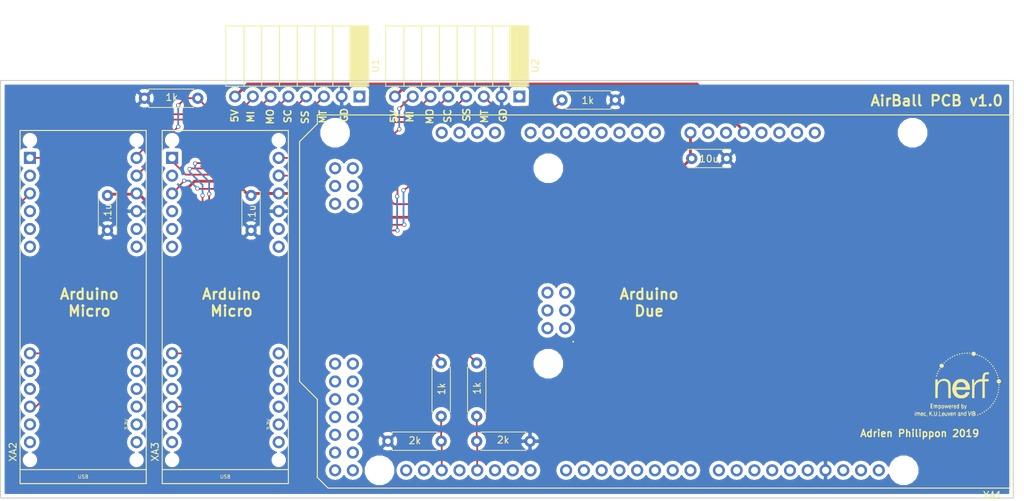
<source format=kicad_pcb>
(kicad_pcb (version 4) (host pcbnew 4.0.7)
  (layers (0 F.Cu signal) (31 B.Cu signal) (34 B.Paste user) (35 F.Paste user) (36 B.SilkS user) (37 F.SilkS user) (38 B.Mask user) (39 F.Mask user) (44 Edge.Cuts user))
  (net 0 "")
  (net 1 "Net-(1k1-Pad1)")
  (net 2 /TX_MICRO_1)
  (net 3 "Net-(1k2-Pad1)")
  (net 4 /TX_MICRO_2)
  (net 5 GND)
  (net 6 +12V)
  (net 7 /MT_1)
  (net 8 /SS_1)
  (net 9 /SC_1)
  (net 10 /MO_1)
  (net 11 +5V)
  (net 12 /MT_2)
  (net 13 /SS_2)
  (net 14 /SC_2)
  (net 15 /MO_2)
  (net 16 /MI_1)
  (net 17 /MI_2)
  (module arduino:Arduino_Due_Shield (layer F.Cu) (at 240.8682 84.9376 180)
    (fp_text reference XA1 (at 2.54 -54.356 180) (layer F.SilkS))
    (fp_text value Arduino_Due_Shield)
    (fp_text user . (at 62.484 -32.004 180) (layer F.SilkS))
    (pad RST2 thru_hole oval (at 63.627 -25.4 180) (size 1.7272 1.7272) (drill 1.016) (layers *.Cu *.Mask))
    (pad GND4 thru_hole oval (at 66.167 -25.4 180) (size 1.7272 1.7272) (drill 1.016) (layers *.Cu *.Mask))
    (pad MOSI thru_hole oval (at 66.167 -27.94 180) (size 1.7272 1.7272) (drill 1.016) (layers *.Cu *.Mask))
    (pad SCK thru_hole oval (at 63.627 -27.94 180) (size 1.7272 1.7272) (drill 1.016) (layers *.Cu *.Mask))
    (pad 5V2 thru_hole oval (at 66.167 -30.48 180) (size 1.7272 1.7272) (drill 1.016) (layers *.Cu *.Mask))
    (pad A0 thru_hole oval (at 50.8 -2.54 180) (size 1.7272 1.7272) (drill 1.016) (layers *.Cu *.Mask))
    (pad VIN thru_hole oval (at 45.72 -2.54 180) (size 1.7272 1.7272) (drill 1.016) (layers *.Cu *.Mask) (net 6 +12V))
    (pad GND3 thru_hole oval (at 43.18 -2.54 180) (size 1.7272 1.7272) (drill 1.016) (layers *.Cu *.Mask))
    (pad GND2 thru_hole oval (at 40.64 -2.54 180) (size 1.7272 1.7272) (drill 1.016) (layers *.Cu *.Mask))
    (pad 5V1 thru_hole oval (at 38.1 -2.54 180) (size 1.7272 1.7272) (drill 1.016) (layers *.Cu *.Mask) (net 11 +5V))
    (pad 3V3 thru_hole oval (at 35.56 -2.54 180) (size 1.7272 1.7272) (drill 1.016) (layers *.Cu *.Mask))
    (pad RST1 thru_hole oval (at 33.02 -2.54 180) (size 1.7272 1.7272) (drill 1.016) (layers *.Cu *.Mask))
    (pad IORF thru_hole oval (at 30.48 -2.54 180) (size 1.7272 1.7272) (drill 1.016) (layers *.Cu *.Mask))
    (pad D21 thru_hole oval (at 86.36 -50.8 180) (size 1.7272 1.7272) (drill 1.016) (layers *.Cu *.Mask))
    (pad D20 thru_hole oval (at 83.82 -50.8 180) (size 1.7272 1.7272) (drill 1.016) (layers *.Cu *.Mask))
    (pad D19 thru_hole oval (at 81.28 -50.8 180) (size 1.7272 1.7272) (drill 1.016) (layers *.Cu *.Mask) (net 1 "Net-(1k1-Pad1)"))
    (pad D18 thru_hole oval (at 78.74 -50.8 180) (size 1.7272 1.7272) (drill 1.016) (layers *.Cu *.Mask))
    (pad D17 thru_hole oval (at 76.2 -50.8 180) (size 1.7272 1.7272) (drill 1.016) (layers *.Cu *.Mask) (net 3 "Net-(1k2-Pad1)"))
    (pad D16 thru_hole oval (at 73.66 -50.8 180) (size 1.7272 1.7272) (drill 1.016) (layers *.Cu *.Mask))
    (pad D15 thru_hole oval (at 71.12 -50.8 180) (size 1.7272 1.7272) (drill 1.016) (layers *.Cu *.Mask))
    (pad D14 thru_hole oval (at 68.58 -50.8 180) (size 1.7272 1.7272) (drill 1.016) (layers *.Cu *.Mask))
    (pad D0 thru_hole oval (at 63.5 -50.8 180) (size 1.7272 1.7272) (drill 1.016) (layers *.Cu *.Mask))
    (pad D1 thru_hole oval (at 60.96 -50.8 180) (size 1.7272 1.7272) (drill 1.016) (layers *.Cu *.Mask))
    (pad D2 thru_hole oval (at 58.42 -50.8 180) (size 1.7272 1.7272) (drill 1.016) (layers *.Cu *.Mask))
    (pad D3 thru_hole oval (at 55.88 -50.8 180) (size 1.7272 1.7272) (drill 1.016) (layers *.Cu *.Mask))
    (pad D4 thru_hole oval (at 53.34 -50.8 180) (size 1.7272 1.7272) (drill 1.016) (layers *.Cu *.Mask))
    (pad D5 thru_hole oval (at 50.8 -50.8 180) (size 1.7272 1.7272) (drill 1.016) (layers *.Cu *.Mask))
    (pad D6 thru_hole oval (at 48.26 -50.8 180) (size 1.7272 1.7272) (drill 1.016) (layers *.Cu *.Mask))
    (pad D7 thru_hole oval (at 45.72 -50.8 180) (size 1.7272 1.7272) (drill 1.016) (layers *.Cu *.Mask))
    (pad GND1 thru_hole oval (at 26.416 -50.8 180) (size 1.7272 1.7272) (drill 1.016) (layers *.Cu *.Mask) (net 5 GND))
    (pad D8 thru_hole oval (at 41.656 -50.8 180) (size 1.7272 1.7272) (drill 1.016) (layers *.Cu *.Mask))
    (pad D9 thru_hole oval (at 39.116 -50.8 180) (size 1.7272 1.7272) (drill 1.016) (layers *.Cu *.Mask))
    (pad D10 thru_hole oval (at 36.576 -50.8 180) (size 1.7272 1.7272) (drill 1.016) (layers *.Cu *.Mask))
    (pad "" np_thru_hole circle (at 66.04 -7.62 180) (size 3.2 3.2) (drill 3.2) (layers *.Cu *.Mask))
    (pad "" np_thru_hole circle (at 66.04 -35.56 180) (size 3.2 3.2) (drill 3.2) (layers *.Cu *.Mask))
    (pad "" np_thru_hole circle (at 90.17 -50.8 180) (size 3.2 3.2) (drill 3.2) (layers *.Cu *.Mask))
    (pad "" np_thru_hole circle (at 15.24 -50.8 180) (size 3.2 3.2) (drill 3.2) (layers *.Cu *.Mask))
    (pad "" np_thru_hole circle (at 96.52 -2.54 180) (size 3.2 3.2) (drill 3.2) (layers *.Cu *.Mask))
    (pad "" np_thru_hole circle (at 13.97 -2.54 180) (size 3.2 3.2) (drill 3.2) (layers *.Cu *.Mask))
    (pad SCL1 thru_hole oval (at 18.796 -50.8 180) (size 1.7272 1.7272) (drill 1.016) (layers *.Cu *.Mask))
    (pad SDA1 thru_hole oval (at 21.336 -50.8 180) (size 1.7272 1.7272) (drill 1.016) (layers *.Cu *.Mask))
    (pad AREF thru_hole oval (at 23.876 -50.8 180) (size 1.7272 1.7272) (drill 1.016) (layers *.Cu *.Mask))
    (pad D13 thru_hole oval (at 28.956 -50.8 180) (size 1.7272 1.7272) (drill 1.016) (layers *.Cu *.Mask))
    (pad D12 thru_hole oval (at 31.496 -50.8 180) (size 1.7272 1.7272) (drill 1.016) (layers *.Cu *.Mask))
    (pad D11 thru_hole oval (at 34.036 -50.8 180) (size 1.7272 1.7272) (drill 1.016) (layers *.Cu *.Mask))
    (pad "" thru_hole oval (at 27.94 -2.54 180) (size 1.7272 1.7272) (drill 1.016) (layers *.Cu *.Mask))
    (pad A1 thru_hole oval (at 53.34 -2.54 180) (size 1.7272 1.7272) (drill 1.016) (layers *.Cu *.Mask))
    (pad A2 thru_hole oval (at 55.88 -2.54 180) (size 1.7272 1.7272) (drill 1.016) (layers *.Cu *.Mask))
    (pad A3 thru_hole oval (at 58.42 -2.54 180) (size 1.7272 1.7272) (drill 1.016) (layers *.Cu *.Mask))
    (pad A4 thru_hole oval (at 60.96 -2.54 180) (size 1.7272 1.7272) (drill 1.016) (layers *.Cu *.Mask))
    (pad A5 thru_hole oval (at 63.5 -2.54 180) (size 1.7272 1.7272) (drill 1.016) (layers *.Cu *.Mask))
    (pad A6 thru_hole oval (at 66.04 -2.54 180) (size 1.7272 1.7272) (drill 1.016) (layers *.Cu *.Mask))
    (pad A7 thru_hole oval (at 68.58 -2.54 180) (size 1.7272 1.7272) (drill 1.016) (layers *.Cu *.Mask))
    (pad A8 thru_hole oval (at 73.66 -2.54 180) (size 1.7272 1.7272) (drill 1.016) (layers *.Cu *.Mask))
    (pad A9 thru_hole oval (at 76.2 -2.54 180) (size 1.7272 1.7272) (drill 1.016) (layers *.Cu *.Mask))
    (pad A10 thru_hole oval (at 78.74 -2.54 180) (size 1.7272 1.7272) (drill 1.016) (layers *.Cu *.Mask))
    (pad A11 thru_hole oval (at 81.28 -2.54 180) (size 1.7272 1.7272) (drill 1.016) (layers *.Cu *.Mask))
    (pad 5V3 thru_hole oval (at 93.98 -50.8 180) (size 1.7272 1.7272) (drill 1.016) (layers *.Cu *.Mask))
    (pad 5V4 thru_hole oval (at 96.52 -50.8 180) (size 1.7272 1.7272) (drill 1.016) (layers *.Cu *.Mask))
    (pad D22 thru_hole oval (at 93.98 -48.26 180) (size 1.7272 1.7272) (drill 1.016) (layers *.Cu *.Mask))
    (pad D23 thru_hole oval (at 96.52 -48.26 180) (size 1.7272 1.7272) (drill 1.016) (layers *.Cu *.Mask))
    (pad D24 thru_hole oval (at 93.98 -45.72 180) (size 1.7272 1.7272) (drill 1.016) (layers *.Cu *.Mask))
    (pad D25 thru_hole oval (at 96.52 -45.72 180) (size 1.7272 1.7272) (drill 1.016) (layers *.Cu *.Mask))
    (pad D26 thru_hole oval (at 93.98 -43.18 180) (size 1.7272 1.7272) (drill 1.016) (layers *.Cu *.Mask))
    (pad D27 thru_hole oval (at 96.52 -43.18 180) (size 1.7272 1.7272) (drill 1.016) (layers *.Cu *.Mask))
    (pad D28 thru_hole oval (at 93.98 -40.64 180) (size 1.7272 1.7272) (drill 1.016) (layers *.Cu *.Mask))
    (pad D29 thru_hole oval (at 96.52 -40.64 180) (size 1.7272 1.7272) (drill 1.016) (layers *.Cu *.Mask))
    (pad D30 thru_hole oval (at 93.98 -38.1 180) (size 1.7272 1.7272) (drill 1.016) (layers *.Cu *.Mask))
    (pad D31 thru_hole oval (at 96.52 -38.1 180) (size 1.7272 1.7272) (drill 1.016) (layers *.Cu *.Mask))
    (pad D32 thru_hole oval (at 93.98 -35.56 180) (size 1.7272 1.7272) (drill 1.016) (layers *.Cu *.Mask))
    (pad D33 thru_hole oval (at 96.52 -35.56 180) (size 1.7272 1.7272) (drill 1.016) (layers *.Cu *.Mask))
    (pad D50 thru_hole oval (at 93.98 -12.7 180) (size 1.7272 1.7272) (drill 1.016) (layers *.Cu *.Mask))
    (pad D51 thru_hole oval (at 96.52 -12.7 180) (size 1.7272 1.7272) (drill 1.016) (layers *.Cu *.Mask))
    (pad D52 thru_hole oval (at 93.98 -10.16 180) (size 1.7272 1.7272) (drill 1.016) (layers *.Cu *.Mask))
    (pad D53 thru_hole oval (at 96.52 -10.16 180) (size 1.7272 1.7272) (drill 1.016) (layers *.Cu *.Mask))
    (pad GND5 thru_hole oval (at 93.98 -7.62 180) (size 1.7272 1.7272) (drill 1.016) (layers *.Cu *.Mask))
    (pad GND6 thru_hole oval (at 96.52 -7.62 180) (size 1.7272 1.7272) (drill 1.016) (layers *.Cu *.Mask))
    (pad MISO thru_hole oval (at 63.627 -30.48 180) (size 1.7272 1.7272) (drill 1.016) (layers *.Cu *.Mask))
  )
  (module Resistors_THT:R_Axial_DIN0207_L6.3mm_D2.5mm_P7.62mm_Horizontal (layer F.Cu) (at 159.512 128.016 90)
    (fp_text reference 1k (at 3.9116 0.0635 90) (layer F.SilkS))
    (fp_text value R)
    (pad 1 thru_hole circle (at 0 0 90) (size 1.6 1.6) (drill 0.8) (layers *.Cu *.Mask) (net 1 "Net-(1k1-Pad1)"))
    (pad 2 thru_hole oval (at 7.62 0 90) (size 1.6 1.6) (drill 0.8) (layers *.Cu *.Mask) (net 2 /TX_MICRO_1))
  )
  (module Resistors_THT:R_Axial_DIN0207_L6.3mm_D2.5mm_P7.62mm_Horizontal (layer F.Cu) (at 164.592 128.016 90)
    (fp_text reference 1k (at 4.0005 0.0508 90) (layer F.SilkS))
    (fp_text value R)
    (pad 1 thru_hole circle (at 0 0 90) (size 1.6 1.6) (drill 0.8) (layers *.Cu *.Mask) (net 3 "Net-(1k2-Pad1)"))
    (pad 2 thru_hole oval (at 7.62 0 90) (size 1.6 1.6) (drill 0.8) (layers *.Cu *.Mask) (net 4 /TX_MICRO_2))
  )
  (module Resistors_THT:R_Axial_DIN0207_L6.3mm_D2.5mm_P7.62mm_Horizontal (layer F.Cu) (at 151.892 131.572)
    (fp_text reference 2k (at 3.8608 -0.0889) (layer F.SilkS))
    (fp_text value R)
    (pad 1 thru_hole circle (at 0 0) (size 1.6 1.6) (drill 0.8) (layers *.Cu *.Mask) (net 5 GND))
    (pad 2 thru_hole oval (at 7.62 0) (size 1.6 1.6) (drill 0.8) (layers *.Cu *.Mask) (net 1 "Net-(1k1-Pad1)"))
  )
  (module Resistors_THT:R_Axial_DIN0207_L6.3mm_D2.5mm_P7.62mm_Horizontal (layer F.Cu) (at 164.592 131.572)
    (fp_text reference 2k (at 3.7846 -0.1778) (layer F.SilkS))
    (fp_text value R)
    (pad 1 thru_hole circle (at 0 0) (size 1.6 1.6) (drill 0.8) (layers *.Cu *.Mask) (net 3 "Net-(1k2-Pad1)"))
    (pad 2 thru_hole oval (at 7.62 0) (size 1.6 1.6) (drill 0.8) (layers *.Cu *.Mask) (net 5 GND))
  )
  (module Socket_Strips:Socket_Strip_Angled_1x08_Pitch2.54mm (layer F.Cu) (at 147.828 82.296 270)
    (fp_text reference U1 (at -4.38 -2.27 270) (layer F.SilkS))
    (fp_text value PWM3360_Motion_Sensor)
    (pad 1 thru_hole rect (at 0 0 270) (size 1.7 1.7) (drill 1) (layers *.Cu *.Mask))
    (pad 2 thru_hole oval (at 0 2.54 270) (size 1.7 1.7) (drill 1) (layers *.Cu *.Mask) (net 5 GND))
    (pad 3 thru_hole oval (at 0 5.08 270) (size 1.7 1.7) (drill 1) (layers *.Cu *.Mask) (net 7 /MT_1))
    (pad 4 thru_hole oval (at 0 7.62 270) (size 1.7 1.7) (drill 1) (layers *.Cu *.Mask) (net 8 /SS_1))
    (pad 5 thru_hole oval (at 0 10.16 270) (size 1.7 1.7) (drill 1) (layers *.Cu *.Mask) (net 9 /SC_1))
    (pad 6 thru_hole oval (at 0 12.7 270) (size 1.7 1.7) (drill 1) (layers *.Cu *.Mask) (net 10 /MO_1))
    (pad 7 thru_hole oval (at 0 15.24 270) (size 1.7 1.7) (drill 1) (layers *.Cu *.Mask) (net 16 /MI_1))
    (pad 8 thru_hole oval (at 0 17.78 270) (size 1.7 1.7) (drill 1) (layers *.Cu *.Mask) (net 11 +5V))
  )
  (module Socket_Strips:Socket_Strip_Angled_1x08_Pitch2.54mm (layer F.Cu) (at 170.688 82.296 270)
    (fp_text reference U2 (at -4.38 -2.27 270) (layer F.SilkS))
    (fp_text value PWM3360_Motion_Sensor)
    (pad 1 thru_hole rect (at 0 0 270) (size 1.7 1.7) (drill 1) (layers *.Cu *.Mask))
    (pad 2 thru_hole oval (at 0 2.54 270) (size 1.7 1.7) (drill 1) (layers *.Cu *.Mask) (net 5 GND))
    (pad 3 thru_hole oval (at 0 5.08 270) (size 1.7 1.7) (drill 1) (layers *.Cu *.Mask) (net 12 /MT_2))
    (pad 4 thru_hole oval (at 0 7.62 270) (size 1.7 1.7) (drill 1) (layers *.Cu *.Mask) (net 13 /SS_2))
    (pad 5 thru_hole oval (at 0 10.16 270) (size 1.7 1.7) (drill 1) (layers *.Cu *.Mask) (net 14 /SC_2))
    (pad 6 thru_hole oval (at 0 12.7 270) (size 1.7 1.7) (drill 1) (layers *.Cu *.Mask) (net 15 /MO_2))
    (pad 7 thru_hole oval (at 0 15.24 270) (size 1.7 1.7) (drill 1) (layers *.Cu *.Mask) (net 17 /MI_2))
    (pad 8 thru_hole oval (at 0 17.78 270) (size 1.7 1.7) (drill 1) (layers *.Cu *.Mask) (net 11 +5V))
  )
  (module Resistors_THT:R_Axial_DIN0207_L6.3mm_D2.5mm_P7.62mm_Horizontal (layer F.Cu) (at 117.094 82.55)
    (fp_text reference 1k (at 3.8989 -0.1397) (layer F.SilkS))
    (fp_text value R)
    (pad 1 thru_hole circle (at 0 0) (size 1.6 1.6) (drill 0.8) (layers *.Cu *.Mask) (net 5 GND))
    (pad 2 thru_hole oval (at 7.62 0) (size 1.6 1.6) (drill 0.8) (layers *.Cu *.Mask) (net 16 /MI_1))
  )
  (module Resistors_THT:R_Axial_DIN0207_L6.3mm_D2.5mm_P7.62mm_Horizontal (layer F.Cu) (at 184.404 82.804 180)
    (fp_text reference 1k (at 3.937 -0.0508 180) (layer F.SilkS))
    (fp_text value R)
    (pad 1 thru_hole circle (at 0 0 180) (size 1.6 1.6) (drill 0.8) (layers *.Cu *.Mask) (net 5 GND))
    (pad 2 thru_hole oval (at 7.62 0 180) (size 1.6 1.6) (drill 0.8) (layers *.Cu *.Mask) (net 17 /MI_2))
  )
  (module arduino:Arduino_Micro_Socket (layer F.Cu) (at 117.348 135.636 90)
    (fp_text reference XA2 (at 2.54 -19.05 90) (layer F.SilkS))
    (fp_text value Arduino_Micro_Socket)
    (fp_text user 3.3V (at 6.46 -2.794 90) (layer F.SilkS) (effects (font (size 0.5 0.5) (thickness 0.075))))
    (fp_text user USB (at -1.016 -9.017 180) (layer F.SilkS) (effects (font (size 0.5 0.5) (thickness 0.075))))
    (pad "" np_thru_hole circle (at 47.1 -16.62 90) (size 1.016 1.016) (drill 1.016) (layers *.Cu *.Mask))
    (pad "" np_thru_hole circle (at 1.38 -16.62 90) (size 1.016 1.016) (drill 1.016) (layers *.Cu *.Mask))
    (pad "" np_thru_hole circle (at 47.1 -1.38 90) (size 1.016 1.016) (drill 1.016) (layers *.Cu *.Mask))
    (pad RST2 thru_hole oval (at 34.4 -16.62 90) (size 1.7272 1.7272) (drill 1.016) (layers *.Cu *.Mask))
    (pad MOSI thru_hole rect (at 44.56 -16.62 90) (size 1.7272 1.7272) (drill 1.016) (layers *.Cu *.Mask) (net 10 /MO_1))
    (pad SCK thru_hole oval (at 44.56 -1.38 90) (size 1.7272 1.7272) (drill 1.016) (layers *.Cu *.Mask) (net 9 /SC_1))
    (pad A0 thru_hole oval (at 11.54 -1.38 90) (size 1.7272 1.7272) (drill 1.016) (layers *.Cu *.Mask))
    (pad VIN thru_hole oval (at 39.48 -1.38 90) (size 1.7272 1.7272) (drill 1.016) (layers *.Cu *.Mask) (net 6 +12V))
    (pad GND2 thru_hole oval (at 31.86 -16.62 90) (size 1.7272 1.7272) (drill 1.016) (layers *.Cu *.Mask))
    (pad GND1 thru_hole oval (at 36.94 -1.38 90) (size 1.7272 1.7272) (drill 1.016) (layers *.Cu *.Mask) (net 5 GND))
    (pad 5V thru_hole oval (at 31.86 -1.38 90) (size 1.7272 1.7272) (drill 1.016) (layers *.Cu *.Mask))
    (pad 3V3 thru_hole oval (at 6.46 -1.38 90) (size 1.7272 1.7272) (drill 1.016) (layers *.Cu *.Mask))
    (pad RST1 thru_hole oval (at 34.4 -1.38 90) (size 1.7272 1.7272) (drill 1.016) (layers *.Cu *.Mask))
    (pad SS thru_hole oval (at 42.02 -16.62 90) (size 1.7272 1.7272) (drill 1.016) (layers *.Cu *.Mask))
    (pad D0 thru_hole oval (at 36.94 -16.62 90) (size 1.7272 1.7272) (drill 1.016) (layers *.Cu *.Mask))
    (pad D1 thru_hole oval (at 39.48 -16.62 90) (size 1.7272 1.7272) (drill 1.016) (layers *.Cu *.Mask) (net 2 /TX_MICRO_1))
    (pad D7 thru_hole oval (at 16.62 -16.62 90) (size 1.7272 1.7272) (drill 1.016) (layers *.Cu *.Mask) (net 7 /MT_1))
    (pad D8 thru_hole oval (at 14.08 -16.62 90) (size 1.7272 1.7272) (drill 1.016) (layers *.Cu *.Mask))
    (pad D9 thru_hole oval (at 11.54 -16.62 90) (size 1.7272 1.7272) (drill 1.016) (layers *.Cu *.Mask))
    (pad D10 thru_hole oval (at 9 -16.62 90) (size 1.7272 1.7272) (drill 1.016) (layers *.Cu *.Mask) (net 8 /SS_1))
    (pad "" np_thru_hole circle (at 1.38 -1.38 90) (size 1.016 1.016) (drill 1.016) (layers *.Cu *.Mask))
    (pad AREF thru_hole oval (at 9 -1.38 90) (size 1.7272 1.7272) (drill 1.016) (layers *.Cu *.Mask))
    (pad D13 thru_hole oval (at 3.92 -1.38 90) (size 1.7272 1.7272) (drill 1.016) (layers *.Cu *.Mask))
    (pad D12 thru_hole oval (at 3.92 -16.62 90) (size 1.7272 1.7272) (drill 1.016) (layers *.Cu *.Mask))
    (pad D11 thru_hole oval (at 6.46 -16.62 90) (size 1.7272 1.7272) (drill 1.016) (layers *.Cu *.Mask))
    (pad A1 thru_hole oval (at 14.08 -1.38 90) (size 1.7272 1.7272) (drill 1.016) (layers *.Cu *.Mask))
    (pad A2 thru_hole oval (at 16.62 -1.38 90) (size 1.7272 1.7272) (drill 1.016) (layers *.Cu *.Mask))
    (pad MISO thru_hole oval (at 42.02 -1.38 90) (size 1.7272 1.7272) (drill 1.016) (layers *.Cu *.Mask) (net 16 /MI_1))
  )
  (module arduino:Arduino_Micro_Socket (layer F.Cu) (at 137.668 135.636 90)
    (fp_text reference XA3 (at 2.54 -19.05 90) (layer F.SilkS))
    (fp_text value Arduino_Micro_Socket)
    (fp_text user 3.3V (at 6.46 -2.794 90) (layer F.SilkS) (effects (font (size 0.5 0.5) (thickness 0.075))))
    (fp_text user USB (at -1.016 -9.017 180) (layer F.SilkS) (effects (font (size 0.5 0.5) (thickness 0.075))))
    (pad "" np_thru_hole circle (at 47.1 -16.62 90) (size 1.016 1.016) (drill 1.016) (layers *.Cu *.Mask))
    (pad "" np_thru_hole circle (at 1.38 -16.62 90) (size 1.016 1.016) (drill 1.016) (layers *.Cu *.Mask))
    (pad "" np_thru_hole circle (at 47.1 -1.38 90) (size 1.016 1.016) (drill 1.016) (layers *.Cu *.Mask))
    (pad RST2 thru_hole oval (at 34.4 -16.62 90) (size 1.7272 1.7272) (drill 1.016) (layers *.Cu *.Mask))
    (pad MOSI thru_hole rect (at 44.56 -16.62 90) (size 1.7272 1.7272) (drill 1.016) (layers *.Cu *.Mask) (net 15 /MO_2))
    (pad SCK thru_hole oval (at 44.56 -1.38 90) (size 1.7272 1.7272) (drill 1.016) (layers *.Cu *.Mask) (net 14 /SC_2))
    (pad A0 thru_hole oval (at 11.54 -1.38 90) (size 1.7272 1.7272) (drill 1.016) (layers *.Cu *.Mask))
    (pad VIN thru_hole oval (at 39.48 -1.38 90) (size 1.7272 1.7272) (drill 1.016) (layers *.Cu *.Mask) (net 6 +12V))
    (pad GND2 thru_hole oval (at 31.86 -16.62 90) (size 1.7272 1.7272) (drill 1.016) (layers *.Cu *.Mask))
    (pad GND1 thru_hole oval (at 36.94 -1.38 90) (size 1.7272 1.7272) (drill 1.016) (layers *.Cu *.Mask) (net 5 GND))
    (pad 5V thru_hole oval (at 31.86 -1.38 90) (size 1.7272 1.7272) (drill 1.016) (layers *.Cu *.Mask))
    (pad 3V3 thru_hole oval (at 6.46 -1.38 90) (size 1.7272 1.7272) (drill 1.016) (layers *.Cu *.Mask))
    (pad RST1 thru_hole oval (at 34.4 -1.38 90) (size 1.7272 1.7272) (drill 1.016) (layers *.Cu *.Mask))
    (pad SS thru_hole oval (at 42.02 -16.62 90) (size 1.7272 1.7272) (drill 1.016) (layers *.Cu *.Mask))
    (pad D0 thru_hole oval (at 36.94 -16.62 90) (size 1.7272 1.7272) (drill 1.016) (layers *.Cu *.Mask))
    (pad D1 thru_hole oval (at 39.48 -16.62 90) (size 1.7272 1.7272) (drill 1.016) (layers *.Cu *.Mask) (net 4 /TX_MICRO_2))
    (pad D7 thru_hole oval (at 16.62 -16.62 90) (size 1.7272 1.7272) (drill 1.016) (layers *.Cu *.Mask) (net 12 /MT_2))
    (pad D8 thru_hole oval (at 14.08 -16.62 90) (size 1.7272 1.7272) (drill 1.016) (layers *.Cu *.Mask))
    (pad D9 thru_hole oval (at 11.54 -16.62 90) (size 1.7272 1.7272) (drill 1.016) (layers *.Cu *.Mask))
    (pad D10 thru_hole oval (at 9 -16.62 90) (size 1.7272 1.7272) (drill 1.016) (layers *.Cu *.Mask) (net 13 /SS_2))
    (pad "" np_thru_hole circle (at 1.38 -1.38 90) (size 1.016 1.016) (drill 1.016) (layers *.Cu *.Mask))
    (pad AREF thru_hole oval (at 9 -1.38 90) (size 1.7272 1.7272) (drill 1.016) (layers *.Cu *.Mask))
    (pad D13 thru_hole oval (at 3.92 -1.38 90) (size 1.7272 1.7272) (drill 1.016) (layers *.Cu *.Mask))
    (pad D12 thru_hole oval (at 3.92 -16.62 90) (size 1.7272 1.7272) (drill 1.016) (layers *.Cu *.Mask))
    (pad D11 thru_hole oval (at 6.46 -16.62 90) (size 1.7272 1.7272) (drill 1.016) (layers *.Cu *.Mask))
    (pad A1 thru_hole oval (at 14.08 -1.38 90) (size 1.7272 1.7272) (drill 1.016) (layers *.Cu *.Mask))
    (pad A2 thru_hole oval (at 16.62 -1.38 90) (size 1.7272 1.7272) (drill 1.016) (layers *.Cu *.Mask))
    (pad MISO thru_hole oval (at 42.02 -1.38 90) (size 1.7272 1.7272) (drill 1.016) (layers *.Cu *.Mask) (net 17 /MI_2))
  )
  (module footprints:nerf_logo (layer F.Cu) (at 233.1974 123.5456)
    (fp_text reference G*** hide)
    (fp_text value LOGO hide)
  )
  (module Capacitors_THT:C_Disc_D6.0mm_W2.5mm_P5.00mm (layer F.Cu) (at 132.334 96.4438 270)
    (fp_text reference .1u (at 2.5019 -0.127 270) (layer F.SilkS))
    (fp_text value C)
    (pad 1 thru_hole circle (at 0 0 270) (size 1.6 1.6) (drill 0.8) (layers *.Cu *.Mask) (net 6 +12V))
    (pad 2 thru_hole circle (at 5 0 270) (size 1.6 1.6) (drill 0.8) (layers *.Cu *.Mask) (net 5 GND))
  )
  (module Capacitors_THT:C_Disc_D6.0mm_W2.5mm_P5.00mm (layer F.Cu) (at 111.8108 96.4438 270)
    (fp_text reference .1u (at 2.3241 -0.0254 270) (layer F.SilkS))
    (fp_text value C)
    (pad 1 thru_hole circle (at 0 0 270) (size 1.6 1.6) (drill 0.8) (layers *.Cu *.Mask) (net 6 +12V))
    (pad 2 thru_hole circle (at 5 0 270) (size 1.6 1.6) (drill 0.8) (layers *.Cu *.Mask) (net 5 GND))
  )
  (module Capacitors_THT:C_Disc_D6.0mm_W2.5mm_P5.00mm (layer F.Cu) (at 195.326 91.1606)
    (fp_text reference 10u (at 2.4765 0.0508) (layer F.SilkS))
    (fp_text value C)
    (pad 1 thru_hole circle (at 0 0) (size 1.6 1.6) (drill 0.8) (layers *.Cu *.Mask) (net 6 +12V))
    (pad 2 thru_hole circle (at 5 0) (size 1.6 1.6) (drill 0.8) (layers *.Cu *.Mask) (net 5 GND))
  )
  (gr_text "Arduino\nDue\n" (at 189.23 111.76) (layer F.SilkS) (effects (font (size 1.5 1.5) (thickness 0.3))))
  (gr_text "Arduino\nMicro" (at 129.54 111.76) (layer F.SilkS) (effects (font (size 1.5 1.5) (thickness 0.3))))
  (gr_text "Arduino\nMicro" (at 109.22 111.76) (layer F.SilkS) (effects (font (size 1.5 1.5) (thickness 0.3))))
  (gr_text GD (at 168.3639 85.0011 90) (layer F.SilkS) (effects (font (size 1 1) (thickness 0.2))))
  (gr_text MT (at 165.6969 85.1535 90) (layer F.SilkS) (effects (font (size 1 1) (thickness 0.2))))
  (gr_text SS (at 163.1442 84.9249 90) (layer F.SilkS) (effects (font (size 1 1) (thickness 0.2))))
  (gr_text SC (at 160.4391 85.0773 90) (layer F.SilkS) (effects (font (size 1 1) (thickness 0.2))))
  (gr_text MO (at 157.8864 85.1535 90) (layer F.SilkS) (effects (font (size 1 1) (thickness 0.2))))
  (gr_text MI (at 155.0289 85.1916 90) (layer F.SilkS) (effects (font (size 1 1) (thickness 0.2))))
  (gr_text 5V (at 152.781 85.1535 90) (layer F.SilkS) (effects (font (size 1 1) (thickness 0.2))))
  (gr_text GD (at 145.6563 84.963 90) (layer F.SilkS) (effects (font (size 1 1) (thickness 0.2))))
  (gr_text MT (at 142.6083 85.1916 90) (layer F.SilkS) (effects (font (size 1 1) (thickness 0.2))))
  (gr_text SS (at 140.0556 85.2678 90) (layer F.SilkS) (effects (font (size 1 1) (thickness 0.2))))
  (gr_text SC (at 137.5791 85.1154 90) (layer F.SilkS) (effects (font (size 1 1) (thickness 0.2))))
  (gr_text MO (at 135.0645 85.1916 90) (layer F.SilkS) (effects (font (size 1 1) (thickness 0.2))))
  (gr_text MI (at 132.2832 85.1916 90) (layer F.SilkS) (effects (font (size 1 1) (thickness 0.2))))
  (gr_text 5V (at 129.9972 85.0773 90) (layer F.SilkS) (effects (font (size 1 1) (thickness 0.2))))
  (gr_text "Adrien Philippon 2019" (at 227.9142 130.4544) (layer F.SilkS) (effects (font (size 1 1) (thickness 0.2))))
  (gr_text "AirBall PCB v1.0" (at 230.3526 82.9056) (layer F.SilkS) (effects (font (size 1.5 1.5) (thickness 0.3))))
  (gr_line (start 96.52 139.7) (end 96.52 80.01) (angle 90) (layer Edge.Cuts) (width 0.15))
  (gr_line (start 241.3 139.7) (end 96.52 139.7) (angle 90) (layer Edge.Cuts) (width 0.15))
  (gr_line (start 241.3 80.01) (end 241.3 139.7) (angle 90) (layer Edge.Cuts) (width 0.15))
  (gr_line (start 96.52 80.01) (end 241.3 80.01) (angle 90) (layer Edge.Cuts) (width 0.15))
  (segment (start 159.5882 135.7376) (end 159.5882 131.6482) (width 0.25) (layer F.Cu) (net 1))
  (segment (start 159.5882 131.6482) (end 159.512 131.572) (width 0.25) (layer F.Cu) (net 1))
  (segment (start 159.512 131.572) (end 159.512 128.016) (width 0.25) (layer F.Cu) (net 1))
  (segment (start 159.512 120.396) (end 159.512 119.888) (width 0.25) (layer F.Cu) (net 2))
  (segment (start 159.512 119.888) (end 157.988 118.364) (width 0.25) (layer F.Cu) (net 2))
  (segment (start 157.988 118.364) (end 143.764 118.364) (width 0.25) (layer F.Cu) (net 2))
  (segment (start 143.764 118.364) (end 142.24 119.888) (width 0.25) (layer F.Cu) (net 2))
  (segment (start 142.24 119.888) (end 142.24 137.16) (width 0.25) (layer F.Cu) (net 2))
  (segment (start 142.24 137.16) (end 141.224 138.176) (width 0.25) (layer F.Cu) (net 2))
  (segment (start 141.224 138.176) (end 99.568 138.176) (width 0.25) (layer F.Cu) (net 2))
  (segment (start 99.568 138.176) (end 98.044 136.652) (width 0.25) (layer F.Cu) (net 2))
  (segment (start 98.044 136.652) (end 98.044 98.84) (width 0.25) (layer F.Cu) (net 2))
  (segment (start 98.044 98.84) (end 100.728 96.156) (width 0.25) (layer F.Cu) (net 2))
  (segment (start 164.6682 135.7376) (end 164.6682 131.6482) (width 0.25) (layer F.Cu) (net 3))
  (segment (start 164.6682 131.6482) (end 164.592 131.572) (width 0.25) (layer F.Cu) (net 3))
  (segment (start 164.592 131.572) (end 164.592 128.016) (width 0.25) (layer F.Cu) (net 3))
  (segment (start 122.7582 94.3356) (end 123.5456 94.3356) (width 0.25) (layer B.Cu) (net 4))
  (segment (start 121.1918 96.156) (end 122.7582 94.3356) (width 0.25) (layer F.Cu) (net 4))
  (via (at 122.7582 94.3356) (size 0.6) (drill 0.4) (layers F.Cu B.Cu) (net 4))
  (segment (start 124.714 95.504) (end 128.2446 95.504) (width 0.25) (layer F.Cu) (net 4))
  (segment (start 124.6632 95.4532) (end 124.714 95.504) (width 0.25) (layer F.Cu) (net 4))
  (via (at 124.6632 95.4532) (size 0.6) (drill 0.4) (layers F.Cu B.Cu) (net 4))
  (segment (start 123.5456 94.3356) (end 124.6632 95.4532) (width 0.25) (layer B.Cu) (net 4))
  (segment (start 118.827366 116.687692) (end 118.827366 116.605234) (width 0.25) (layer F.Cu) (net 4))
  (segment (start 129.667 96.9264) (end 128.2446 95.504) (width 0.25) (layer F.Cu) (net 4))
  (segment (start 129.667 111.6838) (end 129.667 96.9264) (width 0.25) (layer F.Cu) (net 4))
  (segment (start 125.8062 115.5446) (end 129.667 111.6838) (width 0.25) (layer F.Cu) (net 4))
  (segment (start 119.888 115.5446) (end 125.8062 115.5446) (width 0.25) (layer F.Cu) (net 4))
  (segment (start 118.827366 116.605234) (end 119.888 115.5446) (width 0.25) (layer F.Cu) (net 4))
  (segment (start 164.592 120.396) (end 161.544 117.348) (width 0.25) (layer F.Cu) (net 4))
  (segment (start 161.544 117.348) (end 143.764 117.348) (width 0.25) (layer F.Cu) (net 4))
  (segment (start 143.764 117.348) (end 141.224 119.888) (width 0.25) (layer F.Cu) (net 4))
  (segment (start 141.224 119.888) (end 141.224 136.652) (width 0.25) (layer F.Cu) (net 4))
  (segment (start 141.224 136.652) (end 140.716 137.16) (width 0.25) (layer F.Cu) (net 4))
  (segment (start 140.716 137.16) (end 119.8203 137.209443) (width 0.25) (layer F.Cu) (net 4))
  (segment (start 119.8203 137.209443) (end 118.759847 136.293378) (width 0.25) (layer F.Cu) (net 4))
  (segment (start 118.759847 136.293378) (end 118.827366 116.687692) (width 0.25) (layer F.Cu) (net 4))
  (segment (start 128.2446 95.504) (end 128.0922 95.3516) (width 0.25) (layer F.Cu) (net 4))
  (segment (start 121.1918 96.156) (end 121.048 96.156) (width 0.25) (layer F.Cu) (net 4))
  (segment (start 115.968 96.156) (end 116.1966 96.156) (width 0.4) (layer F.Cu) (net 6))
  (segment (start 116.1966 96.156) (end 118.8466 98.806) (width 0.4) (layer F.Cu) (net 6))
  (segment (start 129.9718 94.4118) (end 131.826 96.266) (width 0.4) (layer F.Cu) (net 6))
  (segment (start 124.2568 94.4118) (end 129.9718 94.4118) (width 0.4) (layer F.Cu) (net 6))
  (segment (start 123.0376 95.631) (end 124.2568 94.4118) (width 0.4) (layer F.Cu) (net 6))
  (segment (start 123.0376 107.0102) (end 123.0376 95.631) (width 0.4) (layer F.Cu) (net 6))
  (segment (start 121.8946 108.1532) (end 123.0376 107.0102) (width 0.4) (layer F.Cu) (net 6))
  (segment (start 119.9642 108.1532) (end 121.8946 108.1532) (width 0.4) (layer F.Cu) (net 6))
  (segment (start 118.8466 107.0356) (end 119.9642 108.1532) (width 0.4) (layer F.Cu) (net 6))
  (segment (start 118.8466 98.806) (end 118.8466 107.0356) (width 0.4) (layer F.Cu) (net 6))
  (segment (start 134.366 96.156) (end 136.288 96.156) (width 0.4) (layer F.Cu) (net 6))
  (segment (start 115.968 96.156) (end 116.442 96.156) (width 0.4) (layer F.Cu) (net 6))
  (segment (start 131.716 96.156) (end 134.366 96.156) (width 0.4) (layer F.Cu) (net 6))
  (segment (start 134.366 96.156) (end 139.844 96.156) (width 0.4) (layer F.Cu) (net 6))
  (segment (start 139.844 96.156) (end 143.256 99.568) (width 0.4) (layer F.Cu) (net 6))
  (segment (start 143.256 99.568) (end 186.817 99.568) (width 0.4) (layer F.Cu) (net 6))
  (segment (start 186.817 99.568) (end 194.945 91.44) (width 0.4) (layer F.Cu) (net 6))
  (segment (start 111.76 96.266) (end 115.858 96.266) (width 0.4) (layer F.Cu) (net 6))
  (segment (start 115.858 96.266) (end 115.968 96.156) (width 0.4) (layer F.Cu) (net 6))
  (segment (start 195.1482 87.4776) (end 195.1482 91.2368) (width 0.4) (layer F.Cu) (net 6))
  (segment (start 195.1482 91.2368) (end 194.945 91.44) (width 0.4) (layer F.Cu) (net 6))
  (segment (start 128.905 92.583) (end 129.4892 92.583) (width 0.25) (layer F.Cu) (net 7))
  (segment (start 107.5774 119.016) (end 117.2972 109.2962) (width 0.25) (layer F.Cu) (net 7))
  (segment (start 117.2972 109.2962) (end 122.936 109.2962) (width 0.25) (layer F.Cu) (net 7))
  (segment (start 122.936 109.2962) (end 125.3998 106.8324) (width 0.25) (layer F.Cu) (net 7))
  (segment (start 125.3998 106.8324) (end 125.3998 96.4438) (width 0.25) (layer F.Cu) (net 7))
  (via (at 125.3998 96.4438) (size 0.6) (drill 0.4) (layers F.Cu B.Cu) (net 7))
  (segment (start 125.3998 96.4438) (end 125.3998 94.9452) (width 0.25) (layer B.Cu) (net 7))
  (segment (start 125.3998 94.9452) (end 123.5456 93.091) (width 0.25) (layer B.Cu) (net 7))
  (segment (start 123.5456 93.091) (end 123.5456 92.6592) (width 0.25) (layer B.Cu) (net 7))
  (via (at 123.5456 92.6592) (size 0.6) (drill 0.4) (layers F.Cu B.Cu) (net 7))
  (segment (start 123.5456 92.6592) (end 123.6218 92.583) (width 0.25) (layer F.Cu) (net 7))
  (segment (start 123.6218 92.583) (end 128.905 92.583) (width 0.25) (layer F.Cu) (net 7))
  (segment (start 100.728 119.016) (end 107.5774 119.016) (width 0.25) (layer F.Cu) (net 7))
  (segment (start 138.5316 86.5124) (end 142.748 82.296) (width 0.25) (layer F.Cu) (net 7))
  (segment (start 135.5598 86.5124) (end 138.5316 86.5124) (width 0.25) (layer F.Cu) (net 7))
  (segment (start 129.4892 92.583) (end 135.5598 86.5124) (width 0.25) (layer F.Cu) (net 7))
  (segment (start 127.9652 91.821) (end 129.3622 91.821) (width 0.25) (layer F.Cu) (net 8))
  (segment (start 124.3838 91.821) (end 127.9652 91.821) (width 0.25) (layer F.Cu) (net 8))
  (segment (start 124.333 91.8718) (end 124.3838 91.821) (width 0.25) (layer F.Cu) (net 8))
  (via (at 124.333 91.8718) (size 0.6) (drill 0.4) (layers F.Cu B.Cu) (net 8))
  (segment (start 124.333 92.4814) (end 124.333 91.8718) (width 0.25) (layer B.Cu) (net 8))
  (segment (start 126.3396 94.488) (end 124.333 92.4814) (width 0.25) (layer B.Cu) (net 8))
  (segment (start 126.3396 96.2152) (end 126.3396 94.488) (width 0.25) (layer B.Cu) (net 8))
  (via (at 126.3396 96.2152) (size 0.6) (drill 0.4) (layers F.Cu B.Cu) (net 8))
  (segment (start 126.3396 107.0864) (end 126.3396 96.2152) (width 0.25) (layer F.Cu) (net 8))
  (segment (start 123.3424 110.0836) (end 126.3396 107.0864) (width 0.25) (layer F.Cu) (net 8))
  (segment (start 118.1354 110.0836) (end 123.3424 110.0836) (width 0.25) (layer F.Cu) (net 8))
  (segment (start 101.583 126.636) (end 118.1354 110.0836) (width 0.25) (layer F.Cu) (net 8))
  (segment (start 136.906 85.598) (end 140.208 82.296) (width 0.25) (layer F.Cu) (net 8))
  (segment (start 135.5852 85.598) (end 136.906 85.598) (width 0.25) (layer F.Cu) (net 8))
  (segment (start 129.3622 91.821) (end 135.5852 85.598) (width 0.25) (layer F.Cu) (net 8))
  (segment (start 100.728 126.636) (end 101.583 126.636) (width 0.25) (layer F.Cu) (net 8))
  (segment (start 115.968 91.076) (end 115.968 90.788) (width 0.25) (layer F.Cu) (net 9))
  (segment (start 115.968 90.788) (end 117.856 88.9) (width 0.25) (layer F.Cu) (net 9))
  (segment (start 117.856 88.9) (end 117.856 87.376) (width 0.25) (layer F.Cu) (net 9))
  (segment (start 117.856 87.376) (end 119.634 85.598) (width 0.25) (layer F.Cu) (net 9))
  (segment (start 119.634 85.598) (end 134.366 85.598) (width 0.25) (layer F.Cu) (net 9))
  (segment (start 134.366 85.598) (end 137.668 82.296) (width 0.25) (layer F.Cu) (net 9))
  (segment (start 100.728 91.076) (end 109.838 91.076) (width 0.25) (layer F.Cu) (net 10))
  (segment (start 132.588 84.836) (end 135.128 82.296) (width 0.25) (layer F.Cu) (net 10))
  (segment (start 116.078 84.836) (end 132.588 84.836) (width 0.25) (layer F.Cu) (net 10))
  (segment (start 109.838 91.076) (end 116.078 84.836) (width 0.25) (layer F.Cu) (net 10))
  (segment (start 154.686 80.518) (end 131.826 80.518) (width 0.4) (layer F.Cu) (net 11))
  (segment (start 131.826 80.518) (end 130.048 82.296) (width 0.4) (layer F.Cu) (net 11))
  (segment (start 202.7682 87.4776) (end 202.7682 87.1982) (width 0.4) (layer F.Cu) (net 11))
  (segment (start 202.7682 87.1982) (end 196.088 80.518) (width 0.4) (layer F.Cu) (net 11))
  (segment (start 196.088 80.518) (end 154.686 80.518) (width 0.4) (layer F.Cu) (net 11))
  (segment (start 154.686 80.518) (end 152.908 82.296) (width 0.4) (layer F.Cu) (net 11))
  (segment (start 121.048 119.016) (end 125.4336 119.016) (width 0.25) (layer F.Cu) (net 12))
  (segment (start 169.1132 85.8012) (end 165.608 82.296) (width 0.25) (layer F.Cu) (net 12))
  (segment (start 169.1132 89.2556) (end 169.1132 85.8012) (width 0.25) (layer F.Cu) (net 12))
  (segment (start 167.9956 90.3732) (end 169.1132 89.2556) (width 0.25) (layer F.Cu) (net 12))
  (segment (start 161.8488 90.3732) (end 167.9956 90.3732) (width 0.25) (layer F.Cu) (net 12))
  (segment (start 154.1272 95.7072) (end 161.8488 90.3732) (width 0.25) (layer F.Cu) (net 12))
  (via (at 154.1272 95.7072) (size 0.6) (drill 0.4) (layers F.Cu B.Cu) (net 12))
  (segment (start 154.1272 100.5332) (end 154.1272 95.7072) (width 0.25) (layer B.Cu) (net 12))
  (segment (start 154.2288 100.6348) (end 154.1272 100.5332) (width 0.25) (layer B.Cu) (net 12))
  (via (at 154.2288 100.6348) (size 0.6) (drill 0.4) (layers F.Cu B.Cu) (net 12))
  (segment (start 143.8148 100.6348) (end 154.2288 100.6348) (width 0.25) (layer F.Cu) (net 12))
  (segment (start 125.4336 119.016) (end 143.8148 100.6348) (width 0.25) (layer F.Cu) (net 12))
  (segment (start 153.2636 96.52) (end 153.2636 91.2368) (width 0.25) (layer F.Cu) (net 13))
  (segment (start 122.6904 126.636) (end 126.3904 122.936) (width 0.25) (layer F.Cu) (net 13))
  (segment (start 126.3904 122.936) (end 126.3904 119.5832) (width 0.25) (layer F.Cu) (net 13))
  (segment (start 126.3904 119.5832) (end 144.526 101.4476) (width 0.25) (layer F.Cu) (net 13))
  (segment (start 144.526 101.4476) (end 153.2636 101.4476) (width 0.25) (layer F.Cu) (net 13))
  (via (at 153.2636 101.4476) (size 0.6) (drill 0.4) (layers F.Cu B.Cu) (net 13))
  (segment (start 153.2636 101.4476) (end 153.2128 101.3968) (width 0.25) (layer B.Cu) (net 13))
  (segment (start 153.2128 101.3968) (end 153.2128 96.5708) (width 0.25) (layer B.Cu) (net 13))
  (via (at 153.2128 96.5708) (size 0.6) (drill 0.4) (layers F.Cu B.Cu) (net 13))
  (segment (start 153.2128 96.5708) (end 153.2636 96.52) (width 0.25) (layer F.Cu) (net 13))
  (segment (start 121.048 126.636) (end 122.6904 126.636) (width 0.25) (layer F.Cu) (net 13))
  (segment (start 160.02 85.344) (end 163.068 82.296) (width 0.25) (layer F.Cu) (net 13))
  (segment (start 159.1564 85.344) (end 160.02 85.344) (width 0.25) (layer F.Cu) (net 13))
  (segment (start 153.2636 91.2368) (end 159.1564 85.344) (width 0.25) (layer F.Cu) (net 13))
  (segment (start 136.288 91.076) (end 141.588 91.076) (width 0.25) (layer F.Cu) (net 14))
  (segment (start 156.8704 85.9536) (end 160.528 82.296) (width 0.25) (layer F.Cu) (net 14))
  (segment (start 152.5524 85.9536) (end 156.8704 85.9536) (width 0.25) (layer F.Cu) (net 14))
  (segment (start 148.6916 89.8144) (end 152.5524 85.9536) (width 0.25) (layer F.Cu) (net 14))
  (segment (start 142.8496 89.8144) (end 148.6916 89.8144) (width 0.25) (layer F.Cu) (net 14))
  (segment (start 141.588 91.076) (end 142.8496 89.8144) (width 0.25) (layer F.Cu) (net 14))
  (segment (start 121.048 91.076) (end 121.048 91.5332) (width 0.25) (layer F.Cu) (net 15))
  (segment (start 121.048 91.5332) (end 122.9868 93.472) (width 0.25) (layer F.Cu) (net 15))
  (segment (start 122.9868 93.472) (end 129.6416 93.472) (width 0.25) (layer F.Cu) (net 15))
  (segment (start 129.6416 93.472) (end 135.7884 87.3252) (width 0.25) (layer F.Cu) (net 15))
  (segment (start 135.7884 87.3252) (end 141.3256 87.3252) (width 0.25) (layer F.Cu) (net 15))
  (segment (start 141.3256 87.3252) (end 143.4084 85.2424) (width 0.25) (layer F.Cu) (net 15))
  (segment (start 143.4084 85.2424) (end 155.0416 85.2424) (width 0.25) (layer F.Cu) (net 15))
  (segment (start 155.0416 85.2424) (end 157.988 82.296) (width 0.25) (layer F.Cu) (net 15))
  (segment (start 124.714 82.55) (end 122.936 82.55) (width 0.25) (layer F.Cu) (net 16))
  (segment (start 118.872 90.712) (end 115.968 93.616) (width 0.25) (layer F.Cu) (net 16))
  (segment (start 118.872 88.138) (end 118.872 90.712) (width 0.25) (layer F.Cu) (net 16))
  (segment (start 119.888 87.122) (end 118.872 88.138) (width 0.25) (layer F.Cu) (net 16))
  (segment (start 121.412 87.122) (end 119.888 87.122) (width 0.25) (layer F.Cu) (net 16))
  (segment (start 121.92 86.614) (end 121.412 87.122) (width 0.25) (layer F.Cu) (net 16))
  (via (at 121.92 86.614) (size 0.6) (drill 0.4) (layers F.Cu B.Cu) (net 16))
  (segment (start 121.92 83.566) (end 121.92 86.614) (width 0.25) (layer B.Cu) (net 16))
  (via (at 121.92 83.566) (size 0.6) (drill 0.4) (layers F.Cu B.Cu) (net 16))
  (segment (start 122.936 82.55) (end 121.92 83.566) (width 0.25) (layer F.Cu) (net 16))
  (segment (start 132.588 82.296) (end 132.588 82.55) (width 0.25) (layer F.Cu) (net 16))
  (segment (start 132.588 82.55) (end 131.064 84.074) (width 0.25) (layer F.Cu) (net 16))
  (segment (start 131.064 84.074) (end 126.238 84.074) (width 0.25) (layer F.Cu) (net 16))
  (segment (start 126.238 84.074) (end 124.714 82.55) (width 0.25) (layer F.Cu) (net 16))
  (segment (start 149.352 90.6272) (end 149.352 90.678) (width 0.25) (layer F.Cu) (net 17))
  (segment (start 174.9044 84.6836) (end 176.784 82.804) (width 0.25) (layer F.Cu) (net 17))
  (segment (start 172.2628 84.6836) (end 174.9044 84.6836) (width 0.25) (layer F.Cu) (net 17))
  (segment (start 170.2308 86.7156) (end 172.2628 84.6836) (width 0.25) (layer F.Cu) (net 17))
  (segment (start 170.2308 89.3064) (end 170.2308 86.7156) (width 0.25) (layer F.Cu) (net 17))
  (segment (start 161.8488 97.6884) (end 170.2308 89.3064) (width 0.25) (layer F.Cu) (net 17))
  (segment (start 152.8064 97.6884) (end 161.8488 97.6884) (width 0.25) (layer F.Cu) (net 17))
  (segment (start 152.3492 97.2312) (end 152.8064 97.6884) (width 0.25) (layer F.Cu) (net 17))
  (segment (start 152.3492 93.6752) (end 152.3492 97.2312) (width 0.25) (layer F.Cu) (net 17))
  (segment (start 149.352 90.678) (end 152.3492 93.6752) (width 0.25) (layer F.Cu) (net 17))
  (segment (start 136.288 93.616) (end 140.572 93.616) (width 0.25) (layer F.Cu) (net 17))
  (segment (start 153.5176 84.0232) (end 155.2448 82.296) (width 0.25) (layer F.Cu) (net 17))
  (via (at 153.5176 84.0232) (size 0.6) (drill 0.4) (layers F.Cu B.Cu) (net 17))
  (segment (start 153.5176 86.9696) (end 153.5176 84.0232) (width 0.25) (layer B.Cu) (net 17))
  (via (at 153.5176 86.9696) (size 0.6) (drill 0.4) (layers F.Cu B.Cu) (net 17))
  (segment (start 149.352 90.6272) (end 153.5176 86.9696) (width 0.25) (layer F.Cu) (net 17))
  (segment (start 143.5608 90.6272) (end 149.352 90.6272) (width 0.25) (layer F.Cu) (net 17))
  (segment (start 140.572 93.616) (end 143.5608 90.6272) (width 0.25) (layer F.Cu) (net 17))
  (segment (start 155.2448 82.296) (end 155.448 82.296) (width 0.25) (layer F.Cu) (net 17))
  (zone (net 5) (net_name GND) (layer B.Cu) (connect_pads (clearance 0.508)) (min_thickness 0.254) (fill yes (arc_segments 16) (thermal_gap 0.508) (thermal_bridge_width 0.508))
    (polygon (pts (xy 241.3 139.7) (xy 96.52 139.7) (xy 96.52 80.01) (xy 241.3 80.01)))
  )
)
</source>
